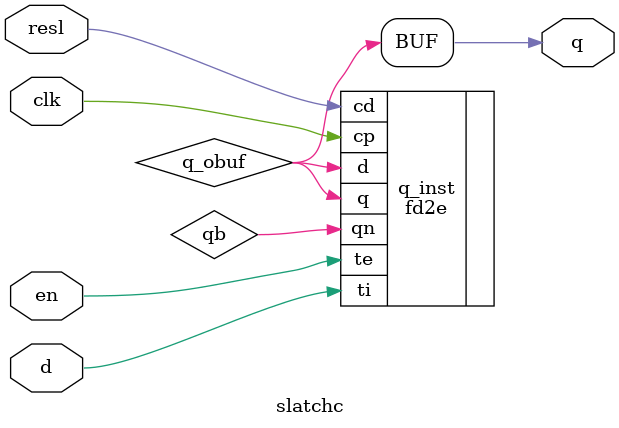
<source format=v>
`include "defs.v"

module slatchc
(
	output q,
	input d,
	input clk,
	input en,
	input resl
);
wire qb;

// Output buffers
wire q_obuf;


// Output buffers
assign q = q_obuf;


// LEGO.NET (38) - q : fd2e
fd2e q_inst
(
	.q(q_obuf), // OUT
	.qn(qb), // OUT
	.d(q_obuf), // IN
	.cp(clk), // IN
	.cd(resl), // IN
	.ti(d), // IN
	.te(en)  // IN
);

// LEGO.NET (39) - dummy : dummy
endmodule

</source>
